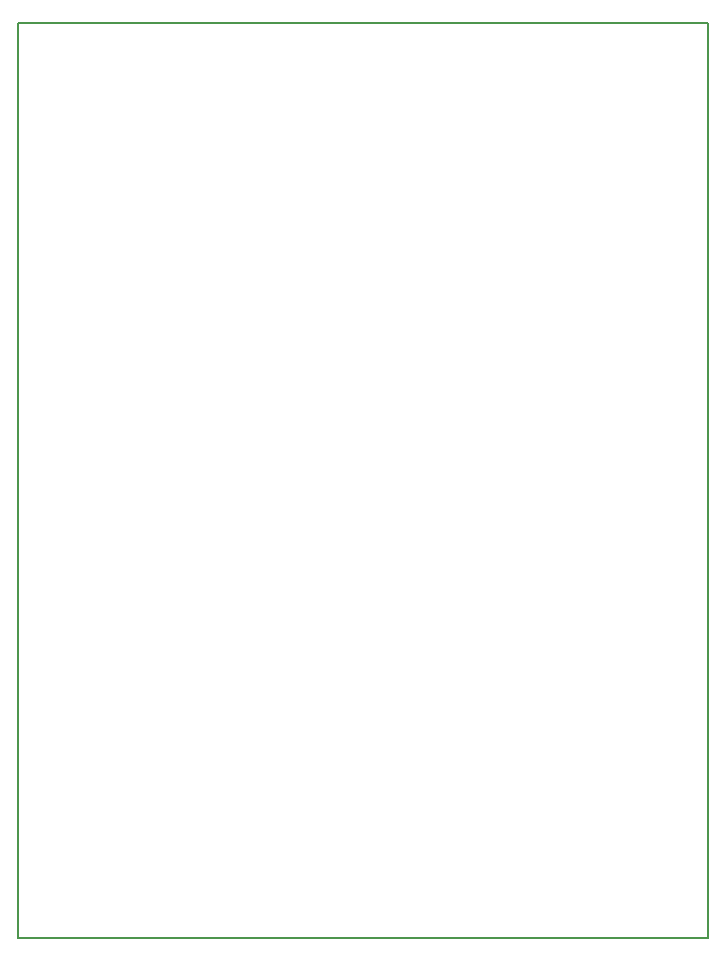
<source format=gm1>
G04 #@! TF.GenerationSoftware,KiCad,Pcbnew,5.0.2+dfsg1-1*
G04 #@! TF.CreationDate,2019-04-19T11:24:35+12:00*
G04 #@! TF.ProjectId,esp32,65737033-322e-46b6-9963-61645f706362,rev?*
G04 #@! TF.SameCoordinates,Original*
G04 #@! TF.FileFunction,Profile,NP*
%FSLAX46Y46*%
G04 Gerber Fmt 4.6, Leading zero omitted, Abs format (unit mm)*
G04 Created by KiCad (PCBNEW 5.0.2+dfsg1-1) date Fri 19 Apr 2019 11:24:35 NZST*
%MOMM*%
%LPD*%
G01*
G04 APERTURE LIST*
%ADD10C,0.150000*%
G04 APERTURE END LIST*
D10*
X143510000Y-36830000D02*
X143510000Y-34290000D01*
X85090000Y-36830000D02*
X85090000Y-34290000D01*
X143510000Y-111760000D02*
X85090000Y-111760000D01*
X143510000Y-34290000D02*
X85090000Y-34290000D01*
X85090000Y-111760000D02*
X85090000Y-36830000D01*
X143510000Y-36830000D02*
X143510000Y-111760000D01*
M02*

</source>
